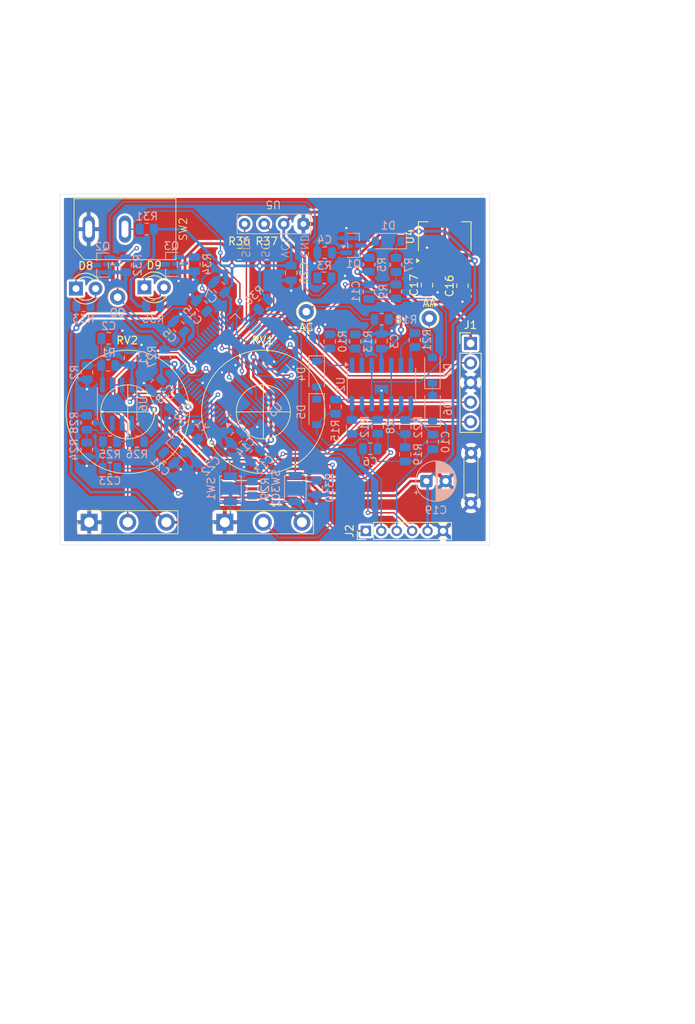
<source format=kicad_pcb>
(kicad_pcb (version 20241229) (generator "pcbnew") (generator_version "9.0")
  (layers (0 "F.Cu" signal) (4 "In1.Cu" signal) (6 "In2.Cu" signal) (2 "B.Cu" signal) (13 "F.Paste" user) (15 "B.Paste" user) (5 "F.SilkS" user "F.Silkscreen") (7 "B.SilkS" user "B.Silkscreen") (1 "F.Mask" user) (3 "B.Mask" user) (25 "Edge.Cuts" user))
  (net 0 "")
  (net 1 "FX_IN")
  (net 2 "GND")
  (net 3 "Net-(Q1-B)")
  (net 4 "+9V")
  (net 5 "/Analog/VG")
  (net 6 "LOOP_IN")
  (net 7 "LOOP_OUT")
  (net 8 "NRST")
  (net 9 "+3.3V")
  (net 10 "Net-(D1-A)")
  (net 11 "Net-(D1-K)")
  (net 12 "/Analog/AmpCathode")
  (net 13 "Net-(D4-A)")
  (net 14 "/Analog/SumPt")
  (net 15 "Net-(D6-A)")
  (net 16 "/Analog/AmpAnode")
  (net 17 "SWCLK")
  (net 18 "SWDIO")
  (net 19 "/Digital/TunerModeIn")
  (net 20 "CLOSED_OUT")
  (net 21 "/Digital/GateLED")
  (net 22 "Net-(U2C--)")
  (net 23 "Net-(U2A--)")
  (net 24 "Net-(U2B--)")
  (net 25 "Net-(U2D--)")
  (net 26 "TUNE_IN")
  (net 27 "Net-(C11-Pad1)")
  (net 28 "/Digital/GateByp")
  (net 29 "/Digital/SDA")
  (net 30 "/Digital/SCL")
  (net 31 "+3.3VA")
  (net 32 "Net-(C6-Pad2)")
  (net 33 "Net-(C10-Pad1)")
  (net 34 "Net-(U3-VCAP1)")
  (net 35 "Net-(D8-K)")
  (net 36 "Net-(D8-A)")
  (net 37 "Net-(D9-K)")
  (net 38 "Net-(D9-A)")
  (net 39 "Net-(R12-Pad2)")
  (net 40 "Net-(U3-PH1)")
  (net 41 "Net-(U3-PH0)")
  (net 42 "Net-(C23-Pad2)")
  (net 43 "/Digital/BOOT0")
  (net 80 "Net-(U6B-+)")
  (net 81 "Net-(U6A-+)")
  (net 82 "Net-(U6A--)")
  (net 83 "THRESH_IN")
  (net 84 "RELEASE_IN")
  (footprint "Connector_PinHeader_2.00mm:PinHeader_1x06_P2.00mm_Vertical" (layer "F.Cu") (at 39.625 43.65 90)
    (property "Reference" "J2")
    (property "Value" "JACKS")
  )
  (footprint "LED_THT:LED_D3.0mm" (layer "F.Cu") (at 2.05 12.25)
    (property "Reference" "D8")
    (property "Value" "Orange")
  )
  (footprint "TestPoint:TestPoint_THTPad_D2.0mm_Drill1.0mm_VAL" (layer "F.Cu") (at 31.9 15.25)
    (property "Reference" "TP1" (hide yes))
    (property "Value" "AC")
  )
  (footprint "Potentiometer_THT:Potentiometer_Alpha_RV16AF_42_Single_Long" (layer "F.Cu") (at 3.7625 42.525)
    (property "Reference" "RV2")
    (property "Value" "10kB")
  )
  (footprint "Display:SSD1306_OLED_128x64_OffBoard" (layer "F.Cu") (at 27.6775 2.58 180)
    (property "Reference" "U5")
    (property "Value" "SSD1306")
  )
  (footprint "LED_THT:LED_D3.0mm" (layer "F.Cu") (at 10.915 12.09)
    (property "Reference" "D9")
    (property "Value" "Green")
  )
  (footprint "TestPoint:TestPoint_THTPad_D2.0mm_Drill1.0mm_VAL" (layer "F.Cu") (at 47.85 16.1 180)
    (property "Reference" "TP2" (hide yes))
    (property "Value" "AA")
  )
  (footprint "Capacitor_SMD:C_0805_2012Metric" (layer "F.Cu") (at 52.15 11.9 90)
    (property "Reference" "C16")
    (property "Value" "100n")
  )
  (footprint "Resistor_SMD:R_0805_2012Metric" (layer "F.Cu") (at 26.775 7.775)
    (property "Reference" "R37")
    (property "Value" "2k2")
  )
  (footprint "Button_Switch_THT:MiniToggle_SPST" (layer "F.Cu") (at 8.4 4.55 90)
    (property "Reference" "SW2")
    (property "Value" "BYP")
  )
  (footprint "Package_TO_SOT_SMD:SOT-223-3_TabPin2" (layer "F.Cu") (at 49.85 5.5 90)
    (property "Reference" "U4")
    (property "Value" "AMS1117")
  )
  (footprint "Potentiometer_THT:Potentiometer_Alpha_RV16AF_42_Single_Long" (layer "F.Cu") (at 21.3375 42.525)
    (property "Reference" "RV1")
    (property "Value" "10kB")
  )
  (footprint "Connector_Wire:THT_GND_WIRE" (layer "F.Cu") (at 53.2375 36.625 90)
    (property "Reference" "J5" (hide yes))
    (property "Value" "ScopeGroundLoop")
  )
  (footprint "Capacitor_SMD:C_0805_2012Metric" (layer "F.Cu") (at 47.55 11.8 90)
    (property "Reference" "C17")
    (property "Value" "100n")
  )
  (footprint "Connector_PinHeader_2.54mm:PinHeader_1x05_P2.54mm_Vertical" (layer "F.Cu") (at 53.2 19.35)
    (property "Reference" "J1")
    (property "Value" "SWD Header")
  )
  (footprint "Resistor_SMD:R_0805_2012Metric" (layer "F.Cu") (at 23.225 7.775)
    (property "Reference" "R36")
    (property "Value" "2k2")
  )
  (footprint "Resistor_SMD:R_0805_2012Metric" (layer "B.Cu") (at 33.26175 38.055 -90)
    (property "Reference" "R310")
    (property "Value" "100k")
  )
  (footprint "Resistor_SMD:R_0805_2012Metric" (layer "B.Cu") (at 40.05 9.15 90)
    (property "Reference" "R5")
    (property "Value" "47k")
  )
  (footprint "Diode_SMD:D_SOD-123" (layer "B.Cu") (at 42.525 6.1 180)
    (property "Reference" "D1")
    (property "Value" "1N4148W")
  )
  (footprint "Diode_SMD:D_SOD-123" (layer "B.Cu") (at 33.25 23.325 -90)
    (property "Reference" "D4")
    (property "Value" "1N4148W")
  )
  (footprint "Resistor_SMD:R_0805_2012Metric" (layer "B.Cu") (at 12.05 14.525)
    (property "Reference" "R35")
    (property "Value" "470")
  )
  (footprint "Capacitor_SMD:C_0805_2012Metric" (layer "B.Cu") (at 34.275 7.6 180)
    (property "Reference" "C4")
    (property "Value" "100n")
  )
  (footprint "Resistor_SMD:R_0805_2012Metric" (layer "B.Cu") (at 38.25 19.1 90)
    (property "Reference" "R13")
    (property "Value" "470k")
  )
  (footprint "Capacitor_SMD:C_0805_2012Metric" (layer "B.Cu") (at 12.45 24.75 45)
    (property "Reference" "C18")
    (property "Value" "10u")
  )
  (footprint "Button_Switch_SMD:SW_SPST_B3U-1000P" (layer "B.Cu") (at 30.475 38.15 -90)
    (property "Reference" "SW302")
    (property "Value" "BOOT")
  )
  (footprint "Resistor_SMD:R_0805_2012Metric" (layer "B.Cu") (at 34.95 19.1 90)
    (property "Reference" "R10")
    (property "Value" "47k")
  )
  (footprint "Package_TO_SOT_SMD:SOT-23" (layer "B.Cu") (at 5.487501 9.2 180)
    (property "Reference" "Q2")
    (property "Value" "2N7002")
  )
  (footprint "Resistor_SMD:R_0805_2012Metric" (layer "B.Cu") (at 11.225 4.55 180)
    (property "Reference" "R31")
    (property "Value" "47k")
  )
  (footprint "Resistor_SMD:R_0805_2012Metric" (layer "B.Cu") (at 13.55 21.075 -90)
    (property "Reference" "R27")
    (property "Value" "22")
  )
  (footprint "Resistor_SMD:R_0805_2012Metric" (layer "B.Cu") (at 24.906751 38.155001 90)
    (property "Reference" "R29")
    (property "Value" "47k")
  )
  (footprint "Resistor_SMD:R_0805_2012Metric" (layer "B.Cu") (at 44.725 33.725 90)
    (property "Reference" "R19")
    (property "Value" "51k")
  )
  (footprint "Diode_SMD:D_SOD-123" (layer "B.Cu") (at 48.250001 22.85 90)
    (property "Reference" "D7")
    (property "Value" "1N4148W")
  )
  (footprint "Capacitor_SMD:C_0805_2012Metric" (layer "B.Cu") (at 6.3 18.7)
    (property "Reference" "C2")
    (property "Value" "10n")
  )
  (footprint "Resistor_SMD:R_0805_2012Metric" (layer "B.Cu") (at 34.25 10.85 180)
    (property "Reference" "R3")
    (property "Value" "10k")
  )
  (footprint "Resistor_SMD:R_0805_2012Metric" (layer "B.Cu") (at 41.15 30.15 90)
    (property "Reference" "R8")
    (property "Value" "470k")
  )
  (footprint "Capacitor_SMD:C_0805_2012Metric" (layer "B.Cu") (at 18.35 34.05 45)
    (property "Reference" "C22")
    (property "Value" "6p")
  )
  (footprint "Package_TO_SOT_SMD:SOT-23" (layer "B.Cu") (at 38.025 6.65)
    (property "Reference" "Q1")
    (property "Value" "BC847")
  )
  (footprint "Capacitor_THT:CP_Radial_D5.0mm_P2.50mm" (layer "B.Cu") (at 47.469888 37.2)
    (property "Reference" "C19")
    (property "Value" "220u")
  )
  (footprint "Resistor_SMD:R_0805_2012Metric" (layer "B.Cu") (at 44.75 30.2 90)
    (property "Reference" "R22")
    (property "Value" "100k")
  )
  (footprint "Capacitor_SMD:C_0805_2012Metric" (layer "B.Cu") (at 15.375 17.175 -45)
    (property "Reference" "C5")
    (property "Value" "100n")
  )
  (footprint "Diode_SMD:D_SOD-123" (layer "B.Cu") (at 48.275 27.775 90)
    (property "Reference" "D6")
    (property "Value" "1N4148W")
  )
  (footprint "Resistor_SMD:R_0805_2012Metric" (layer "B.Cu") (at 3.025 14.5)
    (property "Reference" "R33")
    (property "Value" "470")
  )
  (footprint "Capacitor_SMD:C_0805_2012Metric" (layer "B.Cu") (at 14.85 27.15 45)
    (property "Reference" "C12")
    (property "Value" "100n")
  )
  (footprint "Capacitor_SMD:C_0805_2012Metric" (layer "B.Cu") (at 6.45 35.55 180)
    (property "Reference" "C23")
    (property "Value" "1u")
  )
  (footprint "Resistor_SMD:R_0805_2012Metric" (layer "B.Cu") (at 3.449999 33.125 -90)
    (property "Reference" "R24")
    (property "Value" "47k")
  )
  (footprint "Capacitor_SMD:C_0805_2012Metric" (layer "B.Cu") (at 29.95 10.225 90)
    (property "Reference" "C20")
    (property "Value" "100n")
  )
  (footprint "Package_QFP:LQFP-64_10x10mm_P0.5mm" (layer "B.Cu") (at 22.675 22.725 45)
    (property "Reference" "U3")
    (property "Value" "STM32F411RETx")
  )
  (footprint "Resistor_SMD:R_0805_2012Metric" (layer "B.Cu") (at 43.525 9.175001 -90)
    (property "Reference" "R7")
    (property "Value" "47k")
  )
  (footprint "Resistor_SMD:R_0805_2012Metric" (layer "B.Cu") (at 8.4875 9.225 90)
    (property "Reference" "R32")
    (property "Value" "47k")
  )
  (footprint "Package_TO_SOT_SMD:SOT-23" (layer "B.Cu") (at 14.425 9.125 180)
    (property "Reference" "Q3")
    (property "Value" "2N7002")
  )
  (footprint "Capacitor_SMD:C_0805_2012Metric" (layer "B.Cu") (at 20.625 12.075 -45)
    (property "Reference" "C7")
    (property "Value" "100n")
  )
  (footprint "Resistor_SMD:R_0805_2012Metric" (layer "B.Cu") (at 6.225 22.2 180)
    (property "Reference" "R1")
    (property "Value" "470k")
  )
  (footprint "Resistor_SMD:R_0805_2012Metric" (layer "B.Cu") (at 35.7 27.55 -90)
    (property "Reference" "R15")
    (property "Value" "51k")
  )
  (footprint "Crystal:Crystal_SMD_3225-4Pin_3.2x2.5mm" (layer "B.Cu") (at 16.4 31.975 45)
    (property "Reference" "Y1")
    (property "Value" "16MHz")
  )
  (footprint "Resistor_SMD:R_0805_2012Metric" (layer "B.Cu") (at 3.45 29.625 -90)
    (property "Reference" "R28")
    (property "Value" "47k")
  )
  (footprint "Resistor_SMD:R_0805_2012Metric" (layer "B.Cu") (at 43.525 12.625 -90)
    (property "Reference" "R9")
    (property "Value" "100k")
  )
  (footprint "Diode_SMD:D_SOD-123" (layer "B.Cu") (at 33.25 28.225 -90)
    (property "Reference" "D5")
    (property "Value" "1N4148W")
  )
  (footprint "Button_Switch_SMD:SW_SPST_B3U-1000P" (layer "B.Cu") (at 22.075 38.2 -90)
    (property "Reference" "SW1")
    (property "Value" "RST")
  )
  (footprint "Resistor_SMD:R_0805_2012Metric" (layer "B.Cu") (at 3.485001 23.1 -90)
    (property "Reference" "R2")
    (property "Value" "470k")
  )
  (footprint "Resistor_SMD:R_0805_2012Metric" (layer "B.Cu") (at 17.4 9.1 90)
    (property "Reference" "R34")
    (property "Value" "47k")
  )
  (footprint "Capacitor_SMD:C_0805_2012Metric" (layer "B.Cu") (at 48.3 32.125 -90)
    (property "Reference" "C10")
    (property "Value" "1u")
  )
  (footprint "Capacitor_SMD:C_0805_2012Metric" (layer "B.Cu") (at 9.05 21.2 90)
    (property "Reference" "C1")
    (property "Value" "100n")
  )
  (footprint "Capacitor_SMD:C_0805_2012Metric" (layer "B.Cu") (at 40.2 33)
    (property "Reference" "C6")
    (property "Value" "1u")
  )
  (footprint "Capacitor_SMD:C_0805_2012Metric" (layer "B.Cu") (at 14.075 34.175 135)
    (property "Reference" "C21")
    (property "Value" "6p")
  )
  (footprint "Package_SO:SOIC-14_3.9x8.7mm_P1.27mm" (layer "B.Cu") (at 41.65 24.675 -90)
    (property "Reference" "U2")
    (property "Value" "TL074")
  )
  (footprint "TestPoint:TestPoint_THTPad_D2.0mm_Drill1.0mm_VAL" (layer "B.Cu") (at 7.45 13.375 180)
    (property "Reference" "TP8" (hide yes))
    (property "Value" "CO")
  )
  (footprint "Resistor_SMD:R_0805_2012Metric" (layer "B.Cu") (at 9.95 32.075)
    (property "Reference" "R26")
    (property "Value" "330k")
  )
  (footprint "Capacitor_SMD:C_0805_2012Metric" (layer "B.Cu") (at 40.025 12.65 -90)
    (property "Reference" "C11")
    (property "Value" "47n")
  )
  (footprint "Resistor_SMD:R_0805_2012Metric" (layer "B.Cu") (at 45.975 18.925 -90)
    (property "Reference" "R21")
    (property "Value" "470k")
  )
  (footprint "Capacitor_SMD:C_0805_2012Metric" (layer "B.Cu") (at 22.85 31.575 45)
    (property "Reference" "C14")
    (property "Value" "100n")
  )
  (footprint "Capacitor_SMD:C_0805_2012Metric" (layer "B.Cu") (at 18.325 14.5 -45)
    (property "Reference" "C15")
    (property "Value" "4u7")
  )
  (footprint "Capacitor_SMD:C_0805_2012Metric" (layer "B.Cu") (at 25.275 33.9 45)
    (property "Reference" "C13")
    (property "Value" "10u")
  )
  (footprint "Package_SO:SOIC-8_3.9x4.9mm_P1.27mm" (layer "B.Cu") (at 7.385 27.2 90)
    (property "Reference" "U6")
    (property "Value" "TL072")
  )
  (footprint "Resistor_SMD:R_0805_2012Metric" (layer "B.Cu") (at 26.325 14.3 -135)
    (property "Reference" "R30")
    (property "Value" "47k")
  )
  (footprint "Resistor_SMD:R_0805_2012Metric" (layer "B.Cu") (at 41.675 16.225)
    (property "Reference" "R18")
    (property "Value" "470k")
  )
  (footprint "Resistor_SMD:R_0805_2012Metric" (layer "B.Cu") (at 6.45 32.075)
    (property "Reference" "R25")
    (property "Value" "220k")
  )
  (footprint "Resistor_SMD:R_0805_2012Metric" (layer "B.Cu") (at 37.825 30.175001 90)
    (property "Reference" "R12")
    (property "Value" "470k")
  )
  (footprint "Capacitor_SMD:C_0805_2012Metric" (layer "B.Cu") (at 41.65 19.075 90)
    (property "Reference" "C3")
    (property "Value" "100n")
  )
  (gr_rect (start 0 0) (end 55.65 45.475) (stroke (width 0.05)) (fill no) (layer "Edge.Cuts"))
  (segment (start 15.325 38.8) (end 30.825 38.8) (width 0.18) (layer "F.Cu") (net 1))
  (segment (start 30.825 38.8) (end 35.675 43.65) (width 0.18) (layer "F.Cu") (net 1))
  (segment (start 35.675 43.65) (end 39.625 43.65) (width 0.18) (layer "F.Cu") (net 1))
  (via (at 15.325 38.8) (size 0.6) (drill 0.3) (layers "F.Cu" "B.Cu") (net 1))
  (segment (start 15.325 38.8) (end 12.075 35.55) (width 0.18) (layer "B.Cu") (net 1))
  (segment (start 12.075 35.55) (end 7.399999 35.55) (width 0.18) (layer "B.Cu") (net 1))
  (segment (start 52.15 12.849999) (end 52.15 13.95) (width 0.18) (layer "F.Cu") (net 2))
  (segment (start 47.55 12.749999) (end 48.925 12.75) (width 0.18) (layer "F.Cu") (net 2))
  (segment (start 47.55 8.65) (end 47.55 6.95) (width 0.18) (layer "F.Cu") (net 2))
  (via (at 18.475 24.475) (size 0.6) (drill 0.3) (layers "F.Cu" "B.Cu") (net 2))
  (via (at 5.475 28.2) (size 0.6) (drill 0.3) (layers "F.Cu" "B.Cu") (net 2))
  (via (at 34.35 16.9) (size 0.6) (drill 0.3) (layers "F.Cu" "B.Cu") (net 2))
  (via (at 21.975 17.4) (size 0.6) (drill 0.3) (layers "F.Cu" "B.Cu") (net 2))
  (via (at 25.55 30.175) (size 0.6) (drill 0.3) (layers "F.Cu" "B.Cu") (net 2))
  (via (at 43 17.725) (size 0.6) (drill 0.3) (layers "F.Cu" "B.Cu") (net 2))
  (via (at 47.55 6.95) (size 0.6) (drill 0.3) (layers "F.Cu" "B.Cu") (net 2))
  (via (at 29.95 12.525) (size 0.6) (drill 0.3) (layers "F.Cu" "B.Cu") (net 2))
  (via (at 20.9 10.475) (size 0.6) (drill 0.3) (layers "F.Cu" "B.Cu") (net 2))
  (via (at 10.55 19.55) (size 0.6) (drill 0.3) (layers "F.Cu" "B.Cu") (net 2))
  (via (at 52.15 13.95) (size 0.6) (drill 0.3) (layers "F.Cu" "B.Cu") (net 2))
  (via (at 21.425 33) (size 0.6) (drill 0.3) (layers "F.Cu" "B.Cu") (net 2))
  (via (at 14.175 29.05) (size 0.6) (drill 0.3) (layers "F.Cu" "B.Cu") (net 2))
  (via (at 37.1 4.425) (size 0.6) (drill 0.3) (layers "F.Cu" "B.Cu") (net 2))
  (via (at 48.925 12.75) (size 0.6) (drill 0.3) (layers "F.Cu" "B.Cu") (net 2))
  (via (at 17.2 29.475) (size 0.6) (drill 0.3) (layers "F.Cu" "B.Cu") (net 2))
  (via (at 22.725 22.175) (size 0.6) (drill 0.3) (layers "F.Cu" "B.Cu") (net 2))
  (via (at 29.8 18.5) (size 0.6) (drill 0.3) (layers "F.Cu" "B.Cu") (net 2))
  (via (at 16.825 13.025) (size 0.6) (drill 0.3) (layers "F.Cu" "B.Cu") (net 2))
  (via (at 33.225 40.125) (size 0.6) (drill 0.3) (layers "F.Cu" "B.Cu") (net 2))
  (via (at 17.225 11.1) (size 0.6) (drill 0.3) (layers "F.Cu" "B.Cu") (net 2))
  (via (at 32.975 8.975) (size 0.6) (drill 0.3) (layers "F.Cu" "B.Cu") (net 2))
  (via (at 17.675 36.15) (size 0.6) (drill 0.3) (layers "F.Cu" "B.Cu") (net 2))
  (via (at 15.35 11.275) (size 0.6) (drill 0.3) (layers "F.Cu" "B.Cu") (net 2))
  (via (at 3.45 35.225) (size 0.6) (drill 0.3) (layers "F.Cu" "B.Cu") (net 2))
  (via (at 10.85 24.5) (size 0.6) (drill 0.3) (layers "F.Cu" "B.Cu") (net 2))
  (via (at 20.975 23.1) (size 0.6) (drill 0.3) (layers "F.Cu" "B.Cu") (net 2))
  (via (at 3.475 25.275) (size 0.6) (drill 0.3) (layers "F.Cu" "B.Cu") (net 2))
  (via (at 17.625 21.725) (size 0.6) (drill 0.3) (layers "F.Cu" "B.Cu") (net 2))
  (via (at 15.625 35.675) (size 0.6) (drill 0.3) (layers "F.Cu" "B.Cu") (net 2))
  (via (at 36.925 10.6) (size 0.6) (drill 0.3) (layers "F.Cu" "B.Cu") (net 2))
  (via (at 20.05 20) (size 0.6) (drill 0.3) (layers "F.Cu" "B.Cu") (net 2))
  (via (at 23.8 35.375) (size 0.6) (drill 0.3) (layers "F.Cu" "B.Cu") (net 2))
  (via (at 6.425 11.15) (size 0.6) (drill 0.3) (layers "F.Cu" "B.Cu") (net 2))
  (via (at 8.075 17.7) (size 0.6) (drill 0.3) (layers "F.Cu" "B.Cu") (net 2))
  (via (at 27.725 21.725) (size 0.6) (drill 0.3) (layers "F.Cu" "B.Cu") (net 2))
  (via (at 15.625 15.575) (size 0.6) (drill 0.3) (layers "F.Cu" "B.Cu") (net 2))
  (via (at 41.65 25.475) (size 0.6) (drill 0.3) (layers "F.Cu" "B.Cu") (net 2))
  (via (at 30.25 22.375) (size 0.6) (drill 0.3) (layers "F.Cu" "B.Cu") (net 2))
  (segment (start 33.325001 8.624999) (end 32.975 8.975) (width 0.18) (layer "B.Cu") (net 2))
  (segment (start 8.4875 10.1375) (end 6.437501 10.1375) (width 0.18) (layer "B.Cu") (net 2))
  (segment (start 24.389734 29.035928) (end 24.410928 29.035928) (width 0.18) (layer "B.Cu") (net 2))
  (segment (start 16.364072 21.039072) (end 16.364072 21.010266) (width 0.18) (layer "B.Cu") (net 2))
  (segment (start 22.075 41.7875) (end 21.3375 42.525) (width 0.18) (layer "B.Cu") (net 2))
  (segment (start 22.075 39.900001) (end 22.075 41.7875) (width 0.18) (layer "B.Cu") (net 2))
  (segment (start 17.449606 25.500394) (end 18.475 24.475) (width 0.18) (layer "B.Cu") (net 2))
  (segment (start 27.725 21.725) (end 28.271194 21.725) (width 0.18) (layer "B.Cu") (net 2))
  (segment (start 15.425 10.0125) (end 15.3625 10.075) (width 0.18) (layer "B.Cu") (net 2))
  (segment (start 28.271194 21.725) (end 28.985928 21.010266) (width 0.18) (layer "B.Cu") (net 2))
  (segment (start 19.971751 11.403249) (end 20.9 10.475) (width 0.18) (layer "B.Cu") (net 2))
  (segment (start 24.410928 29.035928) (end 25.55 30.175) (width 0.18) (layer "B.Cu") (net 2))
  (segment (start 5.48 29.675) (end 5.48 28.205) (width 0.18) (layer "B.Cu") (net 2))
  (segment (start 16.223223 33.353858) (end 14.746751 34.83033) (width 0.18) (layer "B.Cu") (net 2))
  (segment (start 8.8 20.250001) (end 9.05 20.250001) (width 0.18) (layer "B.Cu") (net 2))
  (segment (start 33.26175 38.9675) (end 33.26175 40.08825) (width 0.18) (layer "B.Cu") (net 2))
  (segment (start 15.3625 11.2625) (end 15.35 11.275) (width 0.18) (layer "B.Cu") (net 2))
  (segment (start 14.746751 34.83033) (end 14.746751 34.846751) (width 0.18) (layer "B.Cu") (net 2))
  (segment (start 14.175 27.825) (end 14.175 29.05) (width 0.18) (layer "B.Cu") (net 2))
  (segment (start 17.625 21.725) (end 17.05 21.725) (width 0.18) (layer "B.Cu") (net 2))
  (segment (start 7.249999 18.525001) (end 8.075 17.7) (width 0.18) (layer "B.Cu") (net 2))
  (segment (start 17.424732 25.500394) (end 17.449606 25.500394) (width 0.18) (layer "B.Cu") (net 2))
  (segment (start 9.849999 20.250001) (end 10.55 19.55) (width 0.18) (layer "B.Cu") (net 2))
  (segment (start 3.449999 34.0375) (end 3.45 35.225) (width 0.18) (layer "B.Cu") (net 2))
  (segment (start 16.576777 30.596142) (end 16.576777 30.098223) (width 0.18) (layer "B.Cu") (net 2))
  (segment (start 17.678249 34.721751) (end 17.678249 36.146751) (width 0.18) (layer "B.Cu") (net 2))
  (segment (start 17.628249 13.828249) (end 16.825 13.025) (width 0.18) (layer "B.Cu") (net 2))
  (segment (start 33.325001 7.6) (end 33.325001 8.624999) (width 0.18) (layer "B.Cu") (net 2))
  (segment (start 17.678249 36.146751) (end 17.675 36.15) (width 0.18) (layer "B.Cu") (net 2))
  (segment (start 6.425001 10.15) (end 6.425 11.15) (width 0.18) (layer "B.Cu") (net 2))
  (segment (start 24.603249 34.571751) (end 23.8 35.375) (width 0.18) (layer "B.Cu") (net 2))
  (segment (start 10.856498 24.5) (end 11.778249 25.421751) (width 0.18) (layer "B.Cu") (net 2))
  (segment (start 29.95 11.174999) (end 29.95 12.525) (width 0.18) (layer "B.Cu") (net 2))
  (segment (start 17.653249 13.828249) (end 17.628249 13.828249) (width 0.18) (layer "B.Cu") (net 2))
  (segment (start 14.703249 16.503249) (end 14.703249 16.496751) (width 0.18) (layer "B.Cu") (net 2))
  (segment (start 14.746751 34.846751) (end 14.796751 34.846751) (width 0.18) (layer "B.Cu") (net 2))
  (segment (start 22.178249 32.246751) (end 21.425 33) (width 0.18) (layer "B.Cu") (net 2))
  (segment (start 19.953249 11.403249) (end 19.971751 11.403249) (width 0.18) (layer "B.Cu") (net 2))
  (segment (start 10.85 24.5) (end 10.856498 24.5) (width 0.18) (layer "B.Cu") (net 2))
  (segment (start 16.576777 30.098223) (end 17.2 29.475) (width 0.18) (layer "B.Cu") (net 2))
  (segment (start 42.599999 18.125001) (end 43 17.725) (width 0.18) (layer "B.Cu") (net 2))
  (segment (start 3.485001 24.0125) (end 3.485001 25.264999) (width 0.18) (layer "B.Cu") (net 2))
  (segment (start 17.4 10.925) (end 17.225 11.1) (width 0.18) (layer "B.Cu") (net 2))
  (segment (start 3.485001 25.264999) (end 3.475 25.275) (width 0.18) (layer "B.Cu") (net 2))
  (segment (start 17.4 10.0125) (end 17.4 10.925) (width 0.18) (layer "B.Cu") (net 2))
  (segment (start 20.989072 16.414072) (end 21.975 17.4) (width 0.18) (layer "B.Cu") (net 2))
  (segment (start 14.178249 27.821751) (end 14.175 27.825) (width 0.18) (layer "B.Cu") (net 2))
  (segment (start 37.0875 4.4375) (end 37.1 4.425) (width 0.18) (layer "B.Cu") (net 2))
  (segment (start 41.65 27.15) (end 41.65 25.475) (width 0.18) (layer "B.Cu") (net 2))
  (segment (start 14.796751 34.846751) (end 15.625 35.675) (width 0.18) (layer "B.Cu") (net 2))
  (segment (start 15.3625 10.075) (end 15.3625 11.2625) (width 0.18) (layer "B.Cu") (net 2))
  (segment (start 7.249999 18.7) (end 7.249999 18.525001) (width 0.18) (layer "B.Cu") (net 2))
  (segment (start 33.26175 40.08825) (end 33.225 40.125) (width 0.18) (layer "B.Cu") (net 2))
  (segment (start 9.05 20.250001) (end 9.849999 20.250001) (width 0.18) (layer "B.Cu") (net 2))
  (segment (start 5.48 28.205) (end 5.475 28.2) (width 0.18) (layer "B.Cu") (net 2))
  (segment (start 14.703249 16.496751) (end 15.625 15.575) (width 0.18) (layer "B.Cu") (net 2))
  (segment (start 20.960266 16.414072) (end 20.989072 16.414072) (width 0.18) (layer "B.Cu") (net 2))
  (segment (start 37.0875 5.7) (end 37.0875 4.4375) (width 0.18) (layer "B.Cu") (net 2))
  (segment (start 6.437501 10.1375) (end 6.425001 10.15) (width 0.18) (layer "B.Cu") (net 2))
  (segment (start 41.65 18.125001) (end 42.599999 18.125001) (width 0.18) (layer "B.Cu") (net 2))
  (segment (start 17.05 21.725) (end 16.364072 21.039072) (width 0.18) (layer "B.Cu") (net 2))
  (segment (start 33.3375 10.85) (end 33.3375 10.5875) (width 0.18) (layer "B.Cu") (net 3))
  (segment (start 37.0875 7.6) (end 35.224999 7.6) (width 0.18) (layer "B.Cu") (net 3))
  (segment (start 33.3375 10.5875) (end 35.224999 8.700001) (width 0.18) (layer "B.Cu") (net 3))
  (segment (start 35.224999 8.700001) (end 35.224999 7.6) (width 0.18) (layer "B.Cu") (net 3))
  (segment (start 34.05 39.075) (end 43.55 39.075) (width 0.35) (layer "F.Cu") (net 4))
  (segment (start 38.525 10.075) (end 38.525 8.125) (width 0.35) (layer "F.Cu") (net 4))
  (segment (start 44.175 17.6) (end 44.175 15.7) (width 0.35) (layer "F.Cu") (net 4))
  (segment (start 44.175 15.7) (end 38.55 10.075) (width 0.35) (layer "F.Cu") (net 4))
  (segment (start 38.525 8.125) (end 40.3 6.35) (width 0.35) (layer "F.Cu") (net 4))
  (segment (start 53.75 8.65) (end 52.15 8.65) (width 0.35) (layer "F.Cu") (net 4))
  (segment (start 38.55 10.075) (end 38.55 10.05) (width 0.35) (layer "F.Cu") (net 4))
  (segment (start 43.55 39.075) (end 45.425 37.2) (width 0.35) (layer "F.Cu") (net 4))
  (segment (start 20.9 37.525) (end 32.5 37.525) (width 0.35) (layer "F.Cu") (net 4))
  (segment (start 41.825 4.825) (end 46.525 4.825) (width 0.35) (layer "F.Cu") (net 4))
  (segment (start 45.425 37.2) (end 47.469888 37.2) (width 0.35) (layer "F.Cu") (net 4))
  (segment (start 12.15 27.925) (end 12.15 28.775) (width 0.35) (layer "F.Cu") (net 4))
  (segment (start 12.15 28.775) (end 20.9 37.525) (width 0.35) (layer "F.Cu") (net 4))
  (segment (start 38.55 10.05) (end 38.525 10.075) (width 0.35) (layer "F.Cu") (net 4))
  (segment (start 40.3 6.35) (end 41.825 4.825) (width 0.35) (layer "F.Cu") (net 4))
  (segment (start 32.5 37.525) (end 34.05 39.075) (width 0.35) (layer "F.Cu") (net 4))
  (segment (start 52.15 10.950001) (end 52.15 8.65) (width 0.35) (layer "F.Cu") (net 4))
  (via (at 53.75 8.65) (size 0.8) (drill 0.4) (layers "F.Cu" "B.Cu") (net 4))
  (via (at 12.15 27.925) (size 0.8) (drill 0.4) (layers "F.Cu" "B.Cu") (net 4))
  (via (at 46.525 4.825) (size 0.8) (drill 0.4) (layers "F.Cu" "B.Cu") (net 4))
  (via (at 38.525 10.075) (size 0.8) (drill 0.4) (layers "F.Cu" "B.Cu") (net 4))
  (via (at 44.175 17.6) (size 0.8) (drill 0.4) (layers "F.Cu" "B.Cu") (net 4))
  (segment (start 46.525 4.825) (end 49.925 4.825) (width 0.35) (layer "B.Cu") (net 4))
  (segment (start 50.9 16.925) (end 53.75 14.075) (width 0.35) (layer "B.Cu") (net 4))
  (segment (start 47.625 37.355112) (end 47.469888 37.2) (width 0.35) (layer "B.Cu") (net 4))
  (segment (start 47.469888 37.2) (end 47.469888 37.180112) (width 0.35) (layer "B.Cu") (net 4))
  (segment (start 12.15 27.925) (end 12.025 27.925) (width 0.35) (layer "B.Cu") (net 4))
  (segment (start 44.175 18.3) (end 42.450001 20.024999) (width 0.35) (layer "B.Cu") (net 4))
  (segment (start 53.75 14.075) (end 53.75 8.65) (width 0.35) (layer "B.Cu") (net 4))
  (segment (start 9.29 25.19) (end 9.29 24.725) (width 0.35) (layer "B.Cu") (net 4))
  (segment (start 47.625 43.35) (end 47.625 37.355112) (width 0.35) (layer "B.Cu") (net 4))
  (segment (start 9.29 22.389999) (end 9.05 22.149999) (width 0.35) (layer "B.Cu") (net 4))
  (segment (start 9.29 24.725) (end 9.29 22.389999) (width 0.35) (layer "B.Cu") (net 4))
  (segment (start 7.1375 22.2) (end 8.999999 22.2) (width 0.35) (layer "B.Cu") (net 4))
  (segment (start 38.525 10.075) (end 40.0375 10.075) (width 0.35) (layer "B.Cu") (net 4))
  (segment (start 44.175 17.6) (end 44.175 18.3) (width 0.35) (layer "B.Cu") (net 4))
  (segment (start 12.025 27.925) (end 9.29 25.19) (width 0.35) (layer "B.Cu") (net 4))
  (segment (start 49.925 4.825) (end 53.75 8.65) (width 0.35) (layer "B.Cu") (net 4))
  (segment (start 47.469888 37.180112) (end 49.5 35.15) (width 0.35) (layer "B.Cu") (net 4))
  (segment (start 40.0375 10.075) (end 40.05 10.0625) (width 0.35) (layer "B.Cu") (net 4))
  (segment (start 50.9 33.75) (end 50.9 30.375) (width 0.35) (layer "B.Cu") (net 4))
  (segment (start 50.9 30.375) (end 50.9 20.45) (width 0.35) (layer "B.Cu") (net 4))
  (segment (start 42.450001 20.024999) (end 41.65 20.024999) (width 0.35) (layer "B.Cu") (net 4))
  (segment (start 8.999999 22.2) (end 9.05 22.149999) (width 0.35) (layer "B.Cu") (net 4))
  (segment (start 41.65 20.024999) (end 41.65 22.2) (width 0.35) (layer "B.Cu") (net 4))
  (segment (start 49.5 35.15) (end 50.9 33.75) (width 0.35) (layer "B.Cu") (net 4))
  (segment (start 50.9 20.45) (end 50.9 16.925) (width 0.35) (layer "B.Cu") (net 4))
  (segment (start 15.85 30.75) (end 15.85 28.725) (width 0.18) (layer "F.Cu") (net 5))
  (segment (start 25.325 34.425) (end 19.525 34.425) (width 0.18) (layer "F.Cu") (net 5))
  (segment (start 33.925 36.175) (end 27.075 36.175) (width 0.18) (layer "F.Cu") (net 5))
  (segment (start 27.075 36.175) (end 25.325 34.425) (width 0.18) (layer "F.Cu") (net 5))
  (segment (start 15.85 28.725) (end 12.95 25.825) (width 0.18) (layer "F.Cu") (net 5))
  (segment (start 34.625 36.875) (end 33.925 36.175) (width 0.18) (layer "F.Cu") (net 5))
  (segment (start 42.85 33.5) (end 39.475 36.875) (width 0.18) (layer "F.Cu") (net 5))
  (segment (start 19.525 34.425) (end 15.85 30.75) (width 0.18) (layer "F.Cu") (net 5))
  (segment (start 39.475 36.875) (end 34.625 36.875) (width 0.18) (layer "F.Cu") (net 5))
  (segment (start 42.875 33.5) (end 42.85 33.5) (width 0.18) (layer "F.Cu") (net 5))
  (segment (start 12.95 25.825) (end 10.125 25.825) (width 0.18) (layer "F.Cu") (net 5))
  (segment (start 10.125 25.825) (end 9.025 26.925) (width 0.18) (layer "F.Cu") (net 5))
  (via (at 42.875 33.5) (size 0.6) (drill 0.3) (layers "F.Cu" "B.Cu") (net 5))
  (via (at 9.025 26.925) (size 0.6) (drill 0.3) (layers "F.Cu" "B.Cu") (net 5))
  (segment (start 42.5 28.825) (end 42.5 33.125) (width 0.18) (layer "B.Cu") (net 5))
  (segment (start 42.92 28.405) (end 42.5 28.825) (width 0.18) (layer "B.Cu") (net 5))
  (segment (start 40.38 27.15) (end 40.38 24.325) (width 0.18) (layer "B.Cu") (net 5))
  (segment (start 40.38 24.325) (end 42.92 24.325) (width 0.18) (layer "B.Cu") (net 5))
  (segment (start 43.525 13.5375) (end 48.2875 13.5375) (width 0.18) (layer "B.Cu") (net 5))
  (segment (start 42.92 27.15) (end 42.92 28.405) (width 0.18) (layer "B.Cu") (net 5))
  (segment (start 8.02 24.725) (end 8.02 25.92) (width 0.18) (layer "B.Cu") (net 5))
  (segment (start 40.025 13.599999) (end 43.462501 13.599999) (width 0.18) (layer "B.Cu") (net 5))
  (segment (start 42.92 27.15) (end 42.92 25.005) (width 0.18) (layer "B.Cu") (net 5))
  (segment (start 48.2875 13.5375) (end 50.025 15.275) (width 0.18) (layer "B.Cu") (net 5))
  (segment (start 42.92 22.2) (end 42.92 24.325) (width 0.18) (layer "B.Cu") (net 5))
  (segment (start 42.92 24.325) (end 42.92 24.995) (width 0.18) (layer "B.Cu") (net 5))
  (segment (start 39.949999 13.675) (end 40.025 13.599999) (width 0.18) (layer "B.Cu") (net 5))
  (segment (start 6.75 24.725) (end 8.02 24.725) (width 0.18) (layer "B.Cu") (net 5))
  (segment (start 46.725 24.325) (end 42.92 24.325) (width 0.18) (layer "B.Cu") (net 5))
  (segment (start 8.02 25.92) (end 9.025 26.925) (width 0.18) (layer "B.Cu") (net 5))
  (segment (start 40.38 24.325) (end 40.38 24.03) (width 0.18) (layer "B.Cu") (net 5))
  (segment (start 43.462501 13.599999) (end 43.525 13.5375) (width 0.18) (layer "B.Cu") (net 5))
  (segment (start 50.025 15.275) (end 50.025 21.025) (width 0.18) (layer "B.Cu") (net 5))
  (segment (start 42.5 33.125) (end 42.875 33.5) (width 0.18) (layer "B.Cu") (net 5))
  (segment (start 40.38 22.2) (end 40.38 24.02) (width 0.18) (layer "B.Cu") (net 5))
  (segment (start 50.025 21.025) (end 46.725 24.325) (width 0.18) (layer "B.Cu") (net 5))
  (segment (start 41.625 43.35) (end 41.625 36.975) (width 0.18) (layer "B.Cu") (net 6))
  (segment (start 41.625 36.975) (end 39.250001 34.600001) (width 0.18) (layer "B.Cu") (net 6))
  (segment (start 39.250001 34.600001) (end 39.250001 33) (width 0.18) (layer "B.Cu") (net 6))
  (segment (start 43.625 43.35) (end 43.625 37.749999) (width 0.18) (layer "B.Cu") (net 7))
  (segment (start 43.625 37.749999) (end 48.3 33.074999) (width 0.18) (layer "B.Cu") (net 7))
  (segment (start 19.625 32.175) (end 19.625 26.825) (width 0.18) (layer "F.Cu") (net 8))
  (segment (start 19.625 26.825) (end 20.45 26) (width 0.18) (layer "F.Cu") (net 8))
  (segment (start 38.79 29.51) (end 53.2 29.51) (width 0.18) (layer "F.Cu") (net 8))
  (segment (start 28.875 33.675) (end 34.625 33.675) (width 0.18) (layer "F.Cu") (net 8))
  (segment (start 34.625 33.675) (end 38.79 29.51) (width 0.18) (layer "F.Cu") (net 8))
  (via (at 19.625 32.175) (size 0.6) (drill 0.3) (layers "F.Cu" "B.Cu") (net 8))
  (via (at 28.875 33.675) (size 0.6) (drill 0.3) (layers "F.Cu" "B.Cu") (net 8))
  (via (at 20.45 26) (size 0.6) (drill 0.3) (layers "F.Cu" "B.Cu") (net 8))
  (segment (start 25.307499 37.242501) (end 28.875 33.675) (width 0.18) (layer "B.Cu") (net 8))
  (segment (start 19.192499 27.268161) (end 19.192499 27.257501) (width 0.18) (layer "B.Cu") (net 8))
  (segment (start 21.975 36.399999) (end 22.075 36.499999) (width 0.18) (layer "B.Cu") (net 8))
  (segment (start 24.906751 37.242501) (end 22.817502 37.242501) (width 0.18) (layer "B.Cu") (net 8))
  (segment (start 22.817502 37.242501) (end 22.075 36.499999) (width 0.18) (layer "B.Cu") (net 8))
  (segment (start 24.906751 37.242501) (end 25.307499 37.242501) (width 0.18) (layer "B.Cu") (net 8))
  (segment (start 19.192499 27.257501) (end 20.45 26) (width 0.18) (layer "B.Cu") (net 8))
  (segment (start 21.975 34.525) (end 21.975 36.399999) (width 0.18) (layer "B.Cu") (net 8))
  (segment (start 19.625 32.175) (end 21.975 34.525) (width 0.18) (layer "B.Cu") (net 8))
  (segment (start 25.8625 7.775) (end 25.8625 9.3125) (width 0.35) (layer "F.Cu") (net 9))
  (segment (start 27.325 25.925) (end 27.325 31.85) (width 0.35) (layer "F.Cu") (net 9))
  (segment (start 3.65 15.8) (end 12.425 15.8) (width 0.35) (layer "F.Cu") (net 9))
  (segment (start 25.8625 9.3125) (end 25.875 9.325) (width 0.35) (layer "F.Cu") (net 9))
  (segment (start 49.149999 10.850001) (end 49.85 10.15) (width 0.35) (layer "F.Cu") (net 9))
  (segment (start 28.7375 39.925) (end 31.3375 42.525) (width 0.35) (layer "F.Cu") (net 9))
  (segment (start 22.275 9.3) (end 22.275 7.8125) (width 0.35) (layer "F.Cu") (net 9))
  (segment (start 49.975 13.975) (end 53.2 17.2) (width 0.35) (layer "F.Cu") (net 9))
  (segment (start 30.509999 2.350001) (end 28.985 3.875) (width 0.35) (layer "F.Cu") (net 9))
  (segment (start 22.275 7.8125) (end 22.3125 7.775) (width 0.35) (layer "F.Cu") (net 9))
  (segment (start 20.9625 6.425) (end 22.3125 7.775) (width 0.35) (layer "F.Cu") (net 9))
  (segment (start 47.55 10.850001) (end 46.199999 10.850001) (width 0.35) (layer "F.Cu") (net 9))
  (segment (start 46.199999 10.850001) (end 45.375 11.675) (width 0.35) (layer "F.Cu") (net 9))
  (segment (start 16.175 12.05) (end 16.175 8.3) (width 0.35) (layer "F.Cu") (net 9))
  (segment (start 49.85 8.649999) (end 49.85 2.350001) (width 0.35) (layer "F.Cu") (net 9))
  (segment (start 45.375 13.125) (end 46.225 13.975) (width 0.35) (layer "F.Cu") (net 9))
  (segment (start 25.05 19.45) (end 31.7 12.8) (width 0.35) (layer "F.Cu") (net 9))
  (segment (start 25.05 21.125) (end 25.05 19.45) (width 0.35) (layer "F.Cu") (net 9))
  (segment (start 31.7 12.8) (end 31.7 8.3) (width 0.35) (layer "F.Cu") (net 9))
  (segment (start 49.85 2.350001) (end 30.509999 2.350001) (width 0.35) (layer "F.Cu") (net 9))
  (segment (start 18.05 6.425) (end 20.9625 6.425) (width 0.35) (layer "F.Cu") (net 9))
  (segment (start 46.225 13.975) (end 49.975 13.975) (width 0.35) (layer "F.Cu") (net 9))
  (segment (start 25.05 21.125) (end 25.05 23.65) (width 0.35) (layer "F.Cu") (net 9))
  (segment (start 49.85 10.15) (end 49.85 8.649999) (width 0.35) (layer "F.Cu") (net 9))
  (segment (start 31.7 8.3) (end 28.985 5.585) (width 0.35) (layer "F.Cu") (net 9))
  (segment (start 45.375 11.675) (end 45.375 13.125) (width 0.35) (layer "F.Cu") (net 9))
  (segment (start 15.75 42.525) (end 18.35 39.925) (width 0.35) (layer "F.Cu") (net 9))
  (segment (start 25.05 23.65) (end 27.325 25.925) (width 0.35) (layer "F.Cu") (net 9))
  (segment (start 18.35 39.925) (end 28.7375 39.925) (width 0.35) (layer "F.Cu") (net 9))
  (segment (start 53.2 17.2) (end 53.2 19.35) (width 0.35) (layer "F.Cu") (net 9))
  (segment (start 16.175 8.3) (end 18.05 6.425) (width 0.35) (layer "F.Cu") (net 9))
  (segment (start 2.1 17.35) (end 3.65 15.8) (width 0.35) (layer "F.Cu") (net 9))
  (segment (start 12.425 15.8) (end 16.175 12.05) (width 0.35) (layer "F.Cu") (net 9))
  (segment (start 28.985 5.585) (end 28.985 3.875) (width 0.35) (layer "F.Cu") (net 9))
  (segment (start 47.55 10.850001) (end 49.149999 10.850001) (width 0.35) (layer "F.Cu") (net 9))
  (segment (start 22.3 9.325) (end 22.275 9.3) (width 0.35) (layer "F.Cu") (net 9))
  (segment (start 13.7625 42.525) (end 15.75 42.525) (width 0.35) (layer "F.Cu") (net 9))
  (via (at 2.1 17.35) (size 0.8) (drill 0.4) (layers "F.Cu" "B.Cu") (net 9))
  (via (at 25.875 9.325) (size 0.8) (drill 0.4) (layers "F.Cu" "B.Cu") (net 9))
  (via (at 22.275 9.3) (size 0.8) (drill 0.4) (layers "F.Cu" "B.Cu") (net 9))
  (via (at 25.05 21.125) (size 0.8) (drill 0.4) (layers "F.Cu" "B.Cu") (net 9))
  (via (at 27.325 31.85) (size 0.8) (drill 0.4) (layers "F.Cu" "B.Cu") (net 9))
  (segment (start 25.875 9.325) (end 25.924999 9.275001) (width 0.35) (layer "B.Cu") (net 9))
  (segment (start 3.45 28.7125) (end 1.4375 28.7125) (width 0.35) (layer "B.Cu") (net 9))
  (segment (start 12.1375 8.1875) (end 9.175 11.15) (width 0.35) (layer "B.Cu") (net 9))
  (segment (start 25.85 9.35) (end 25.875 9.325) (width 0.35) (layer "B.Cu") (net 9))
  (segment (start 10.225 17.8) (end 8.225 15.8) (width 0.35) (layer "B.Cu") (net 9))
  (segment (start 25.946751 33.228249) (end 27.325 31.85) (width 0.35) (layer "B.Cu") (net 9))
  (segment (start 13.75 42.525) (end 9.85 38.625) (width 0.35) (layer "B.Cu") (net 9))
  (segment (start 26.6 22.675) (end 28.0283 22.675) (width 0.35) (layer "B.Cu") (net 9))
  (segment (start 21.332866 29.407866) (end 21.332204 29.407866) (width 0.35) (layer "B.Cu") (net 9))
  (segment (start 16.717625 20.656713) (end 16.706713 20.656713) (width 0.18) (layer "B.Cu") (net 9))
  (segment (start 13.7625 42.525) (end 13.75 42.525) (width 0.35) (layer "B.Cu") (net 9))
  (segment (start 29.95 9.275001) (end 29.95 6.55) (width 0.35) (layer "B.Cu") (net 9))
  (segment (start 1.425 28.725) (end 1.425 27.425) (width 0.35) (layer "B.Cu") (net 9))
  (segment (start 3.65 15.8) (end 2.1 17.35) (width 0.35) (layer "B.Cu") (net 9))
  (segment (start 26.692501 39.067501) (end 27.475 39.85) (width 0.35) (layer "B.Cu") (net 9))
  (segment (start 22.275 9.3) (end 25.85 9.3) (width 0.35) (layer "B.Cu") (net 9))
  (segment (start 27.475 39.85) (end 30.475 39.850001) (width 0.35) (layer "B.Cu") (net 9))
  (segment (start 16.706713 20.656713) (end 15.6625 19.6125) (width 0.18) (layer "B.Cu") (net 9))
  (segment (start 22.1 15.275) (end 21.825 15.55) (width 0.35) (layer "B.Cu") (net 9))
  (segment (start 11.95 17.8) (end 10.225 17.8) (width 0.35) (layer "B.Cu") (net 9))
  (segment (start 9.175 13.575) (end 10.125 14.525) (width 0.35) (layer "B.Cu") (net 9))
  (segment (start 22.275 9.3) (end 20.9 9.3) (width 0.35) (layer "B.Cu") (net 9))
  (segment (start 1.425 36.125) (end 1.425 28.725) (width 0.35) (layer "B.Cu") (net 9))
  (segment (start 13.7625 42.525) (end 13.7875 42.55) (width 0.35) (layer "B.Cu") (net 9))
  (segment (start 23.521751 30.903249) (end 22.418502 29.8) (width 0.35) (layer "B.Cu") (net 9))
  (segment (start 21.296751 12.746751) (end 22.1 13.55) (width 0.35) (layer "B.Cu") (net 9))
  (segment (start 21.296751 12.746751) (end 22.275 11.768502) (width 0.35) (layer "B.Cu") (net 9))
  (segment (start 13.55 20.1625) (end 15.1125 20.1625) (width 0.35) (layer "B.Cu") (net 9))
  (segment (start 2.1125 17.3375) (end 2.1 17.35) (width 0.35) (layer "B.Cu") (net 9))
  (segment (start 21.313819 16.060519) (end 21.824338 15.55) (width 0.18) (layer "B.Cu") (net 9))
  (segment (start 28.985 5.585) (end 28.985 3.875) (width 0.35) (layer "B.Cu") (net 9))
  (segment (start 25.924999 9.275001) (end 29.95 9.275001) (width 0.35) (layer "B.Cu") (net 9))
  (segment (start 24.906751 39.067501) (end 26.692501 39.067501) (width 0.35) (layer "B.Cu") (net 9))
  (segment (start 31.3375 40.712501) (end 30.475 39.850001) (width 0.35) (layer "B.Cu") (net 9))
  (segment (start 8.225 15.8) (end 3.65 15.8) (width 0.35) (layer "B.Cu") (net 9))
  (segment (start 25.85 12.53453) (end 25.85 9.35) (width 0.35) (layer "B.Cu") (net 9))
  (segment (start 3.925 38.625) (end 1.425 36.125) (width 0.35) (layer "B.Cu") (net 9))
  (segment (start 15.6625 19.6125) (end 16.046751 19.228249) (width 0.35) (layer "B.Cu") (net 9))
  (segment (start 25.05 21.125) (end 26.6 22.675) (width 0.35) (layer "B.Cu") (net 9))
  (segment (start 31.3375 42.525) (end 31.3375 40.712501) (width 0.35) (layer "B.Cu") (net 9))
  (segment (start 15.1125 20.1625) (end 15.6625 19.6125) (width 0.35) (layer "B.Cu") (net 9))
  (segment (start 21.725 29.8) (end 21.332866 29.407866) (width 0.35) (layer "B.Cu") (net 9))
  (segment (start 13.55 20.1625) (end 13.55 19.4) (width 0.35) (layer "B.Cu") (net 9))
  (segment (start 26.970235 13.654765) (end 25.85 12.53453) (width 0.35) (layer "B.Cu") (net 9))
  (segment (start 16.15 4.55) (end 12.1375 4.55) (width 0.35) (layer "B.Cu") (net 9))
  (segment (start 21.825 15.55) (end 21.824338 15.55) (width 0.18) (layer "B.Cu") (net 9))
  (segment (start 16.046751 19.228249) (end 16.046751 17.846751) (width 0.35) (layer "B.Cu") (net 9))
  (segment (start 25.85 9.3) (end 25.875 9.325) (width 0.35) (layer "B.Cu") (net 9))
  (segment (start 22.1 13.55) (end 22.1 15.275) (width 0.35) (layer "B.Cu") (net 9))
  (segment (start 1.4375 28.7125) (end 1.425 28.725) (width 0.35) (layer "B.Cu") (net 9))
  (segment (start 13.55 19.4) (end 11.95 17.8) (width 0.35) (layer "B.Cu") (net 9))
  (segment (start 28.0283 22.675) (end 29.339481 21.363819) (width 0.18) (layer "B.Cu") (net 9))
  (segment (start 1.425 27.425) (end 1.425 18.025) (width 0.35) (layer "B.Cu") (net 9))
  (segment (start 23.621751 30.903249) (end 25.946751 33.228249) (width 0.35) (layer "B.Cu") (net 9))
  (segment (start 9.85 38.625) (end 3.925 38.625) (width 0.35) (layer "B.Cu") (net 9))
  (segment (start 20.9 9.3) (end 16.15 4.55) (width 0.35) (layer "B.Cu") (net 9))
  (segment (start 1.425 18.025) (end 2.1 17.35) (width 0.35) (layer "B.Cu") (net 9))
  (segment (start 23.521751 30.903249) (end 23.621751 30.903249) (width 0.35) (layer "B.Cu") (net 9))
  (segment (start 24.036181 29.389481) (end 24.036181 30.388819) (width 0.18) (layer "B.Cu") (net 9))
  (segment (start 2.1125 14.5) (end 2.1125 17.3375) (width 0.35) (layer "B.Cu") (net 9))
  (segment (start 22.275 11.768502) (end 22.275 9.3) (width 0.35) (layer "B.Cu") (net 9))
  (segment (start 10.125 14.525) (end 11.1375 14.525) (width 0.35) (layer "B.Cu") (net 9))
  (segment (start 12.1375 4.55) (end 12.1375 8.1875) (width 0.35) (layer "B.Cu") (net 9))
  (segment (start 29.95 6.55) (end 28.985 5.585) (width 0.35) (layer "B.Cu") (net 9))
  (segment (start 24.036181 30.388819) (end 23.521751 30.903249) (width 0.18) (layer "B.Cu") (net 9))
  (segment (start 9.175 11.15) (end 9.175 13.575) (width 0.35) (layer "B.Cu") (net 9))
  (segment (start 22.418502 29.8) (end 21.725 29.8) (width 0.35) (layer "B.Cu") (net 9))
  (segment (start 40.05 8.2375) (end 39.6375 8.2375) (width 0.18) (layer "B.Cu") (net 10))
  (segment (start 38.962501 7.562501) (end 38.962501 6.65) (width 0.18) (layer "B.Cu") (net 10))
  (segment (start 39.6375 8.2375) (end 38.962501 7.562501) (width 0.18) (layer "B.Cu") (net 10))
  (segment (start 40.325 6.65) (end 38.962501 6.65) (width 0.18) (layer "B.Cu") (net 10))
  (segment (start 40.875 6.1) (end 40.325 6.65) (width 0.18) (layer "B.Cu") (net 10))
  (segment (start 43.525 6.75) (end 44.175 6.1) (width 0.18) (layer "B.Cu") (net 11))
  (segment (start 43.525 8.262501) (end 43.525 6.75) (width 0.18) (layer "B.Cu") (net 11))
  (segment (start 34.95 22.2) (end 37.84 22.2) (width 0.18) (layer "B.Cu") (net 12))
  (segment (start 39.4625 18.1875) (end 40.7625 16.8875) (width 0.18) (layer "B.Cu") (net 12))
  (segment (start 32.55 14.6) (end 31.9 15.25) (width 0.18) (layer "B.Cu") (net 12))
  (segment (start 34.425 21.675) (end 34.95 22.2) (width 0.18) (layer "B.Cu") (net 12))
  (segment (start 37.5 14.6) (end 32.55 14.6) (width 0.18) (layer "B.Cu") (net 12))
  (segment (start 40.7625 16.225) (end 39.125 16.225) (width 0.18) (layer "B.Cu") (net 12))
  (segment (start 33.25 21.675) (end 34.425 21.675) (width 0.18) (layer "B.Cu") (net 12))
  (segment (start 33.25 20.275) (end 31.9 18.925) (width 0.18) (layer "B.Cu") (net 12))
  (segment (start 39.125 16.225) (end 37.5 14.6) (width 0.18) (layer "B.Cu") (net 12))
  (segment (start 31.9 18.925) (end 31.9 15.25) (width 0.18) (layer "B.Cu") (net 12))
  (segment (start 33.25 21.675) (end 33.25 20.275) (width 0.18) (layer "B.Cu") (net 12))
  (segment (start 38.25 18.1875) (end 39.4625 18.1875) (width 0.18) (layer "B.Cu") (net 12))
  (segment (start 40.7625 16.8875) (end 40.7625 16.225) (width 0.18) (layer "B.Cu") (net 12))
  (segment (start 33.25 26.575) (end 33.25 24.975) (width 0.18) (layer "B.Cu") (net 13))
  (segment (start 44.725 34.6375) (end 40.8625 34.6375) (width 0.18) (layer "B.Cu") (net 14))
  (segment (start 38.8 31.75) (end 38.025 32.525) (width 0.18) (layer "B.Cu") (net 14))
  (segment (start 46.525 33.775) (end 46.525 32.975) (width 0.18) (layer "B.Cu") (net 14))
  (segment (start 34.6625 28.4625) (end 33.25 29.875) (width 0.18) (layer "B.Cu") (net 14))
  (segment (start 33.25 31.025) (end 33.25 29.875) (width 0.18) (layer "B.Cu") (net 14))
  (segment (start 44.725 34.6375) (end 45.6625 34.6375) (width 0.18) (layer "B.Cu") (net 14))
  (segment (start 39.675 31.75) (end 38.8 31.75) (width 0.18) (layer "B.Cu") (net 14))
  (segment (start 50.075 31.15) (end 50.075 29.95) (width 0.18) (layer "B.Cu") (net 14))
  (segment (start 49.125 32.1) (end 50.075 31.15) (width 0.18) (layer "B.Cu") (net 14))
  (segment (start 47.4 32.1) (end 49.125 32.1) (width 0.18) (layer "B.Cu") (net 14))
  (segment (start 45.6625 34.6375) (end 46.525 33.775) (width 0.18) (layer "B.Cu") (net 14))
  (segment (start 40.8625 34.6375) (end 40.2 33.975) (width 0.18) (layer "B.Cu") (net 14))
  (segment (start 49.55 29.425) (end 48.275 29.425) (width 0.18) (layer "B.Cu") (net 14))
  (segment (start 40.2 32.275) (end 39.675 31.75) (width 0.18) (layer "B.Cu") (net 14))
  (segment (start 35.7 28.4625) (end 34.6625 28.4625) (width 0.18) (layer "B.Cu") (net 14))
  (segment (start 40.2 33.975) (end 40.2 32.275) (width 0.18) (layer "B.Cu") (net 14))
  (segment (start 46.525 32.975) (end 47.4 32.1) (width 0.18) (layer "B.Cu") (net 14))
  (segment (start 38.025 32.525) (end 34.75 32.525) (width 0.18) (layer "B.Cu") (net 14))
  (segment (start 50.075 29.95) (end 49.55 29.425) (width 0.18) (layer "B.Cu") (net 14))
  (segment (start 34.75 32.525) (end 33.25 31.025) (width 0.18) (layer "B.Cu") (net 14))
  (segment (start 48.250001 26.100001) (end 48.275 26.125) (width 0.18) (layer "B.Cu") (net 15))
  (segment (start 48.250001 24.5) (end 48.250001 26.100001) (width 0.18) (layer "B.Cu") (net 15))
  (segment (start 48.250001 18.175001) (end 47.85 17.775) (width 0.18) (layer "B.Cu") (net 16))
  (segment (start 48.250001 21.2) (end 48.250001 18.175001) (width 0.18) (layer "B.Cu") (net 16))
  (segment (start 46.887501 19.8375) (end 48.250001 21.2) (width 0.18) (layer "B.Cu") (net 16))
  (segment (start 47.85 17.775) (end 47.85 16.1) (width 0.18) (layer "B.Cu") (net 16))
  (segment (start 45.46 20.3525) (end 45.975 19.8375) (width 0.18) (layer "B.Cu") (net 16))
  (segment (start 45.975 19.8375) (end 46.887501 19.8375) (width 0.18) (layer "B.Cu") (net 16))
  (segment (start 45.46 22.2) (end 45.46 20.3525) (width 0.18) (layer "B.Cu") (net 16))
  (segment (start 29.975 23.475) (end 28 23.475) (width 0.18) (layer "F.Cu") (net 17))
  (segment (start 51.46 21.89) (end 53.2 21.89) (width 0.18) (layer "F.Cu") (net 17))
  (segment (start 28.775 17.525) (end 31.4 17.525) (width 0.18) (layer "F.Cu") (net 17))
  (segment (start 31.4 17.525) (end 37.425 23.55) (width 0.18) (layer "F.Cu") (net 17))
  (segment (start 37.425 23.55) (end 49.8 23.55) (width 0.18) (layer "F.Cu") (net 17))
  (segment (start 26.6 22.075) (end 26.6 19.7) (width 0.18) (layer "F.Cu") (net 17))
  (segment (start 28 23.475) (end 26.6 22.075) (width 0.18) (layer "F.Cu") (net 17))
  (segment (start 49.8 23.55) (end 51.46 21.89) (width 0.18) (layer "F.Cu") (net 17))
  (segment (start 26.6 19.7) (end 28.775 17.525) (width 0.18) (layer "F.Cu") (net 17))
  (via (at 29.975 23.475) (size 0.6) (drill 0.3) (layers "F.Cu" "B.Cu") (net 17))
  (segment (start 29.950662 23.475) (end 29.339481 24.086181) (width 0.18) (layer "B.Cu") (net 17))
  (segment (start 29.975 23.475) (end 29.950662 23.475) (width 0.18) (layer "B.Cu") (net 17))
  (segment (start 29.825 19.475) (end 37.32 26.97) (width 0.18) (layer "F.Cu") (net 18))
  (segment (start 37.32 26.97) (end 53.2 26.97) (width 0.18) (layer "F.Cu") (net 18))
  (via (at 29.825 19.475) (size 0.6) (drill 0.3) (layers "F.Cu" "B.Cu") (net 18))
  (segment (start 29.825 19.475) (end 29.560912 19.739088) (width 0.18) (layer "B.Cu") (net 18))
  (segment (start 29.560912 19.739088) (end 29.55 19.739088) (width 0.18) (layer "B.Cu") (net 18))
  (segment (start 29.55 19.739088) (end 28.632375 20.656713) (width 0.18) (layer "B.Cu") (net 18))
  (segment (start 43.275 41.3) (end 45.625 43.65) (width 0.18) (layer "F.Cu") (net 19))
  (segment (start 39.9 41.3) (end 43.275 41.3) (width 0.18) (layer "F.Cu") (net 19))
  (via (at 39.9 41.3) (size 0.6) (drill 0.3) (layers "F.Cu" "B.Cu") (net 19))
  (segment (start 25.679765 15.124041) (end 24.389734 16.414072) (width 0.18) (layer "B.Cu") (net 19))
  (segment (start 31.25 30.275) (end 31.25 18.35) (width 0.18) (layer "B.Cu") (net 19))
  (segment (start 34.65 33.675) (end 31.25 30.275) (width 0.18) (layer "B.Cu") (net 19))
  (segment (start 28.475 15.575) (end 26.30953 15.575) (width 0.18) (layer "B.Cu") (net 19))
  (segment (start 39.9 37.2) (end 36.375 33.675) (width 0.18) (layer "B.Cu") (net 19))
  (segment (start 25.679765 14.945235) (end 25.679765 15.124041) (width 0.18) (layer "B.Cu") (net 19))
  (segment (start 36.375 33.675) (end 34.65 33.675) (width 0.18) (layer "B.Cu") (net 19))
  (segment (start 31.25 18.35) (end 28.475 15.575) (width 0.18) (layer "B.Cu") (net 19))
  (segment (start 39.9 41.3) (end 39.9 37.2) (width 0.18) (layer "B.Cu") (net 19))
  (segment (start 26.30953 15.575) (end 25.679765 14.945235) (width 0.18) (layer "B.Cu") (net 19))
  (segment (start 7.45 13.375) (end 7.45 9.35) (width 0.18) (layer "F.Cu") (net 20))
  (segment (start 7.45 9.35) (end 9.775 7.025) (width 0.18) (layer "F.Cu") (net 20))
  (segment (start 9.775 7.025) (end 9.925 7.025) (width 0.18) (layer "F.Cu") (net 20))
  (via (at 9.925 7.025) (size 0.6) (drill 0.3) (layers "F.Cu" "B.Cu") (net 20))
  (segment (start 31.9 1.025) (end 27.475 1.025) (width 0.18) (layer "B.Cu") (net 20))
  (segment (start 18.485392 18.888946) (end 17.825 18.228554) (width 0.18) (layer "B.Cu") (net 20))
  (segment (start 13.05 16.35) (end 10.425 16.35) (width 0.18) (layer "B.Cu") (net 20))
  (segment (start 9.925 7.025) (end 9.775 7.025) (width 0.18) (layer "B.Cu") (net 20))
  (segment (start 33.025 5.35) (end 33.025 2.15) (width 0.18) (layer "B.Cu") (net 20))
  (segment (start 27.475 1.025) (end 27.45 1) (width 0.18) (layer "B.Cu") (net 20))
  (segment (start 17.825 16.375) (end 16.25 14.8) (width 0.18) (layer "B.Cu") (net 20))
  (segment (start 8.425 8.25) (end 8.4875 8.3125) (width 0.18) (layer "B.Cu") (net 20))
  (segment (start 6.425001 8.25) (end 8.425 8.25) (width 0.18) (layer "B.Cu") (net 20))
  (segment (start 6.425 2.825) (end 6.425 2.875) (width 0.18) (layer "B.Cu") (net 20))
  (segment (start 16.25 14.8) (end 14.6 14.8) (width 0.18) (layer "B.Cu") (net 20))
  (segment (start 6.425001 2.875001) (end 6.425001 8.25) (width 0.18) (layer "B.Cu") (net 20))
  (segment (start 10.425 16.35) (end 7.45 13.375) (width 0.18) (layer "B.Cu") (net 20))
  (segment (start 31.725 12.175) (end 31.725 6.65) (width 0.18) (layer "B.Cu") (net 20))
  (segment (start 6.425 2.875) (end 6.425001 2.875001) (width 0.18) (layer "B.Cu") (net 20))
  (segment (start 31.725 6.65) (end 33.025 5.35) (width 0.18) (layer "B.Cu") (net 20))
  (segment (start 32.7 13.15) (end 31.725 12.175) (width 0.18) (layer "B.Cu") (net 20))
  (segment (start 35.1625 10.85) (end 35.1625 11.6125) (width 0.18) (layer "B.Cu") (net 20))
  (segment (start 17.825 18.228554) (end 17.825 16.375) (width 0.18) (layer "B.Cu") (net 20))
  (segment (start 33.025 2.15) (end 31.9 1.025) (width 0.18) (layer "B.Cu") (net 20))
  (segment (start 33.625 13.15) (end 32.7 13.15) (width 0.18) (layer "B.Cu") (net 20))
  (segment (start 14.6 14.8) (end 13.05 16.35) (width 0.18) (layer "B.Cu") (net 20))
  (segment (start 8.25 1) (end 6.425 2.825) (width 0.18) (layer "B.Cu") (net 20))
  (segment (start 9.775 7.025) (end 8.4875 8.3125) (width 0.18) (layer "B.Cu") (net 20))
  (segment (start 35.1625 11.6125) (end 33.625 13.15) (width 0.18) (layer "B.Cu") (net 20))
  (segment (start 27.45 1) (end 8.25 1) (width 0.18) (layer "B.Cu") (net 20))
  (segment (start 20.975 20) (end 20.975 14.8) (width 0.18) (layer "F.Cu") (net 21))
  (segment (start 20.975 14.8) (end 18.4 12.225) (width 0.18) (layer "F.Cu") (net 21))
  (via (at 20.975 20) (size 0.6) (drill 0.3) (layers "F.Cu" "B.Cu") (net 21))
  (via (at 18.4 12.225) (size 0.6) (drill 0.3) (layers "F.Cu" "B.Cu") (net 21))
  (segment (start 18.4 12.225) (end 18.4 11.025) (width 0.18) (layer "B.Cu") (net 21))
  (segment (start 24.65 22.65) (end 22 20) (width 0.18) (layer "B.Cu") (net 21))
  (segment (start 28.632375 24.793287) (end 27.414088 23.575) (width 0.18) (layer "B.Cu") (net 21))
  (segment (start 15.3625 8.175) (end 17.3875 8.175) (width 0.18) (layer "B.Cu") (net 21))
  (segment (start 19.175 8.775) (end 18.5875 8.1875) (width 0.18) (layer "B.Cu") (net 21))
  (segment (start 17.3875 8.175) (end 17.4 8.1875) (width 0.18) (layer "B.Cu") (net 21))
  (segment (start 19.175 10.25) (end 19.175 8.775) (width 0.18) (layer "B.Cu") (net 21))
  (segment (start 25.575 23.575) (end 24.65 22.65) (width 0.18) (layer "B.Cu") (net 21))
  (segment (start 18.5875 8.1875) (end 17.4 8.1875) (width 0.18) (layer "B.Cu") (net 21))
  (segment (start 26.325 23.575) (end 25.575 23.575) (width 0.18) (layer "B.Cu") (net 21))
  (segment (start 22 20) (end 20.975 20) (width 0.18) (layer "B.Cu") (net 21))
  (segment (start 27.414088 23.575) (end 26.325 23.575) (width 0.18) (layer "B.Cu") (net 21))
  (segment (start 18.4 11.025) (end 19.175 10.25) (width 0.18) (layer "B.Cu") (net 21))
  (segment (start 43.2 29.1) (end 44.19 28.11) (width 0.18) (layer "B.Cu") (net 22))
  (segment (start 44.725 31.1375) (end 44.75 31.1125) (width 0.18) (layer "B.Cu") (net 22))
  (segment (start 43.8375 31.1125) (end 43.2 30.475) (width 0.18) (layer "B.Cu") (net 22))
  (segment (start 44.725 32.8125) (end 44.725 31.1375) (width 0.18) (layer "B.Cu") (net 22))
  (segment (start 43.2 30.475) (end 43.2 29.1) (width 0.18) (layer "B.Cu") (net 22))
  (segment (start 44.19 28.11) (end 44.19 27.15) (width 0.18) (layer "B.Cu") (net 22))
  (segment (start 44.75 31.1125) (end 43.8375 31.1125) (width 0.18) (layer "B.Cu") (net 22))
  (segment (start 34.95 18.1875) (end 35.7375 18.1875) (width 0.18) (layer "B.Cu") (net 23))
  (segment (start 35.7375 18.1875) (end 37.5625 20.0125) (width 0.18) (layer "B.Cu") (net 23))
  (segment (start 39.11 22.2) (end 39.11 20.8725) (width 0.18) (layer "B.Cu") (net 23))
  (segment (start 37.5625 20.0125) (end 38.25 20.0125) (width 0.18) (layer "B.Cu") (net 23))
  (segment (start 39.11 20.8725) (end 38.25 20.0125) (width 0.18) (layer "B.Cu") (net 23))
  (segment (start 44.19 19.7975) (end 45.975 18.0125) (width 0.18) (layer "B.Cu") (net 24))
  (segment (start 44.1875 16.225) (end 45.975 18.0125) (width 0.18) (layer "B.Cu") (net 24))
  (segment (start 44.19 22.2) (end 44.19 19.7975) (width 0.18) (layer "B.Cu") (net 24))
  (segment (start 42.5875 16.225) (end 44.1875 16.225) (width 0.18) (layer "B.Cu") (net 24))
  (segment (start 39.11 27.15) (end 39.11 28.124999) (width 0.18) (layer "B.Cu") (net 25))
  (segment (start 40.222501 29.2375) (end 41.15 29.2375) (width 0.18) (layer "B.Cu") (net 25))
  (segment (start 39.187499 31.087501) (end 41.0375 29.2375) (width 0.18) (layer "B.Cu") (net 25))
  (segment (start 37.825 31.087501) (end 39.187499 31.087501) (width 0.18) (layer "B.Cu") (net 25))
  (segment (start 41.0375 29.2375) (end 41.15 29.2375) (width 0.18) (layer "B.Cu") (net 25))
  (segment (start 39.11 28.124999) (end 40.222501 29.2375) (width 0.18) (layer "B.Cu") (net 25))
  (segment (start 11.75 32.075) (end 13.1 30.725) (width 0.18) (layer "B.Cu") (net 26))
  (segment (start 13.1 26.725) (end 14.6 25.225) (width 0.18) (layer "B.Cu") (net 26))
  (segment (start 10.8625 31.2475) (end 10.8625 32.075) (width 0.18) (layer "B.Cu") (net 26))
  (segment (start 13.1 30.725) (end 13.1 26.725) (width 0.18) (layer "B.Cu") (net 26))
  (segment (start 14.6 25.225) (end 15.578806 25.225) (width 0.18) (layer "B.Cu") (net 26))
  (segment (start 10.8625 32.075) (end 11.75 32.075) (width 0.18) (layer "B.Cu") (net 26))
  (segment (start 9.29 29.675) (end 10.8625 31.2475) (width 0.18) (layer "B.Cu") (net 26))
  (segment (start 15.578806 25.225) (end 16.364072 24.439734) (width 0.18) (layer "B.Cu") (net 26))
  (segment (start 36.95 12.925) (end 36.95 11.7) (width 0.18) (layer "F.Cu") (net 27))
  (segment (start 33.55 17.625) (end 33.55 16.325) (width 0.18) (layer "F.Cu") (net 27))
  (segment (start 33.55 16.325) (end 36.95 12.925) (width 0.18) (layer "F.Cu") (net 27))
  (via (at 36.95 11.7) (size 0.6) (drill 0.3) (layers "F.Cu" "B.Cu") (net 27))
  (via (at 33.55 17.625) (size 0.6) (drill 0.3) (layers "F.Cu" "B.Cu") (net 27))
  (segment (start 43.525 11.7125) (end 43.525 10.087501) (width 0.18) (layer "B.Cu") (net 27))
  (segment (start 40.025 11.700001) (end 43.512501 11.700001) (width 0.18) (layer "B.Cu") (net 27))
  (segment (start 36.95 11.7) (end 40.025 11.700001) (width 0.18) (layer "B.Cu") (net 27))
  (segment (start 33.55 17.625) (end 33.55 19.425) (width 0.18) (layer "B.Cu") (net 27))
  (segment (start 43.512501 11.700001) (end 43.525 11.7125) (width 0.18) (layer "B.Cu") (net 27))
  (segment (start 34.1375 20.0125) (end 34.95 20.0125) (width 0.18) (layer "B.Cu") (net 27))
  (segment (start 33.55 19.425) (end 34.1375 20.0125) (width 0.18) (layer "B.Cu") (net 27))
  (segment (start 20.775 9.05) (end 23.3 11.575) (width 0.18) (layer "F.Cu") (net 28))
  (segment (start 23.3 11.575) (end 23.3 13.85) (width 0.18) (layer "F.Cu") (net 28))
  (segment (start 20.775 7.6) (end 20.775 9.05) (width 0.18) (layer "F.Cu") (net 28))
  (via (at 23.3 13.85) (size 0.6) (drill 0.3) (layers "F.Cu" "B.Cu") (net 28))
  (via (at 20.775 7.6) (size 0.6) (drill 0.3) (layers "F.Cu" "B.Cu") (net 28))
  (segment (start 20.775 5.85) (end 17.125 2.2) (width 0.18) (layer "B.Cu") (net 28))
  (segment (start 22.825 15.25) (end 23.3 14.775) (width 0.18) (layer "B.Cu") (net 28))
  (segment (start 23.85 19.075) (end 23.2 18.425) (width 0.18) (layer "B.Cu") (net 28))
  (segment (start 17.125 2.2) (end 11.5 2.2) (width 0.18) (layer "B.Cu") (net 28))
  (segment (start 20.775 7.6) (end 20.775 5.85) (width 0.18) (layer "B.Cu") (net 28))
  (segment (start 25.803948 17.828286) (end 24.557234 19.075) (width 0.18) (layer "B.Cu") (net 28))
  (segment (start 10.3125 3.3875) (end 10.3125 4.55) (width 0.18) (layer "B.Cu") (net 28))
  (segment (start 8.4 4.55) (end 10.3125 4.55) (width 0.18) (layer "B.Cu") (net 28))
  (segment (start 11.5 2.2) (end 10.3125 3.3875) (width 0.18) (layer "B.Cu") (net 28))
  (segment (start 22.85 18.075) (end 22.85 16.475) (width 0.18) (layer "B.Cu") (net 28))
  (segment (start 24.557234 19.075) (end 23.85 19.075) (width 0.18) (layer "B.Cu") (net 28))
  (segment (start 22.85 16.475) (end 22.85 15.275) (width 0.18) (layer "B.Cu") (net 28))
  (segment (start 23.3 14.775) (end 23.3 13.85) (width 0.18) (layer "B.Cu") (net 28))
  (segment (start 22.85 15.275) (end 22.825 15.25) (width 0.18) (layer "B.Cu") (net 28))
  (segment (start 23.2 18.425) (end 22.85 18.075) (width 0.18) (layer "B.Cu") (net 28))
  (segment (start 23.905 3.875) (end 23.905 7.5425) (width 0.18) (layer "F.Cu") (net 29))
  (segment (start 21.9 19) (end 24.1375 16.7625) (width 0.18) (layer "F.Cu") (net 29))
  (segment (start 23.905 7.5425) (end 24.1375 7.775) (width 0.18) (layer "F.Cu") (net 29))
  (segment (start 24.1375 16.7625) (end 24.1375 7.775) (width 0.18) (layer "F.Cu") (net 29))
  (segment (start 21.9 23.725) (end 21.9 19) (width 0.18) (layer "F.Cu") (net 29))
  (via (at 21.9 23.725) (size 0.6) (drill 0.3) (layers "F.Cu" "B.Cu") (net 29))
  (segment (start 21.9 23.725) (end 22.075 23.9) (width 0.18) (layer "B.Cu") (net 29))
  (segment (start 22.082234 23.9) (end 25.803948 27.621714) (width 0.18) (layer "B.Cu") (net 29))
  (segment (start 22.075 23.9) (end 22.082234 23.9) (width 0.18) (layer "B.Cu") (net 29))
  (segment (start 23.575 19.15) (end 27.6875 15.0375) (width 0.18) (layer "F.Cu") (net 30))
  (segment (start 23.575 22.925) (end 23.575 19.15) (width 0.18) (layer "F.Cu") (net 30))
  (segment (start 27.6875 5.1175) (end 26.445 3.875) (width 0.18) (layer "F.Cu") (net 30))
  (segment (start 27.6875 7.775) (end 27.6875 5.1175) (width 0.18) (layer "F.Cu") (net 30))
  (segment (start 27.6875 15.0375) (end 27.6875 7.775) (width 0.18) (layer "F.Cu") (net 30))
  (via (at 23.575 22.925) (size 0.6) (drill 0.3) (layers "F.Cu" "B.Cu") (net 30))
  (segment (start 25.375 26.48566) (end 25.375 25.9) (width 0.18) (layer "B.Cu") (net 30))
  (segment (start 25.375 25.225) (end 24.175 24.025) (width 0.18) (layer "B.Cu") (net 30))
  (segment (start 25.375 25.9) (end 25.375 25.225) (width 0.18) (layer "B.Cu") (net 30))
  (segment (start 23.575 23.425) (end 23.575 22.925) (width 0.18) (layer "B.Cu") (net 30))
  (segment (start 24.175 24.025) (end 23.575 23.425) (width 0.18) (layer "B.Cu") (net 30))
  (segment (start 26.157501 27.268161) (end 25.375 26.48566) (width 0.18) (layer "B.Cu") (net 30))
  (segment (start 14.825 25.8) (end 14.825 22.025) (width 0.35) (layer "F.Cu") (net 31))
  (segment (start 16.575 27.55) (end 14.825 25.8) (width 0.35) (layer "F.Cu") (net 31))
  (via (at 16.575 27.55) (size 0.8) (drill 0.4) (layers "F.Cu" "B.Cu") (net 31))
  (via (at 14.825 22.025) (size 0.8) (drill 0.4) (layers "F.Cu" "B.Cu") (net 31))
  (segment (start 17.071179 25.146841) (end 15.739771 26.478249) (width 0.18) (layer "B.Cu") (net 31))
  (segment (start 15.521751 26.478249) (end 15.521751 26.496751) (width 0.35) (layer "B.Cu") (net 31))
  (segment (start 13.121751 22.415749) (end 13.55 21.9875) (width 0.35) (layer "B.Cu") (net 31))
  (segment (start 15.521751 26.496751) (end 16.575 27.55) (width 0.35) (layer "B.Cu") (net 31))
  (segment (start 15.739771 26.478249) (end 15.521751 26.478249) (width 0.18) (layer "B.Cu") (net 31))
  (segment (start 13.5875 22.025) (end 13.55 21.9875) (width 0.35) (layer "B.Cu") (net 31))
  (segment (start 14.825 22.025) (end 13.5875 22.025) (width 0.35) (layer "B.Cu") (net 31))
  (segment (start 13.121751 24.078249) (end 13.121751 22.415749) (width 0.35) (layer "B.Cu") (net 31))
  (segment (start 41.149999 33) (end 41.15 31.0625) (width 0.18) (layer "B.Cu") (net 32))
  (segment (start 44.75 29.2875) (end 46.412499 29.2875) (width 0.18) (layer "B.Cu") (net 33))
  (segment (start 45.46 28.5775) (end 45.46 27.15) (width 0.18) (layer "B.Cu") (net 33))
  (segment (start 46.412499 29.2875) (end 48.3 31.175001) (width 0.18) (layer "B.Cu") (net 33))
  (segment (start 44.75 29.2875) (end 45.46 28.5775) (width 0.18) (layer "B.Cu") (net 33))
  (segment (start 20.606713 16.767625) (end 20.592625 16.767625) (width 0.18) (layer "B.Cu") (net 34))
  (segment (start 20.592625 16.767625) (end 18.996751 15.171751) (width 0.18) (layer "B.Cu") (net 34))
  (segment (start 2.05 10.625) (end 3.475 9.2) (width 0.18) (layer "B.Cu") (net 35))
  (segment (start 3.475 9.2) (end 4.55 9.2) (width 0.18) (layer "B.Cu") (net 35))
  (segment (start 2.05 12.25) (end 2.05 10.625) (width 0.18) (layer "B.Cu") (net 35))
  (segment (start 4.59 13.8475) (end 3.9375 14.5) (width 0.18) (layer "B.Cu") (net 36))
  (segment (start 4.59 12.25) (end 4.59 13.8475) (width 0.18) (layer "B.Cu") (net 36))
  (segment (start 10.915 10.86) (end 12.65 9.125) (width 0.18) (layer "B.Cu") (net 37))
  (segment (start 12.65 9.125) (end 13.487499 9.125) (width 0.18) (layer "B.Cu") (net 37))
  (segment (start 10.915 12.09) (end 10.915 10.86) (width 0.18) (layer "B.Cu") (net 37))
  (segment (start 12.9625 14.525) (end 12.9625 12.5825) (width 0.18) (layer "B.Cu") (net 38))
  (segment (start 12.9625 12.5825) (end 13.455 12.09) (width 0.18) (layer "B.Cu") (net 38))
  (segment (start 37.825 29.262501) (end 37.825 27.165) (width 0.18) (layer "B.Cu") (net 39))
  (segment (start 37.3275 26.6375) (end 37.84 27.15) (width 0.18) (layer "B.Cu") (net 39))
  (segment (start 35.7 26.6375) (end 37.3275 26.6375) (width 0.18) (layer "B.Cu") (net 39))
  (segment (start 37.825 27.165) (end 37.84 27.15) (width 0.18) (layer "B.Cu") (net 39))
  (segment (start 13.403249 33.503249) (end 14.754721 32.151777) (width 0.18) (layer "B.Cu") (net 40))
  (segment (start 14.4 31.530635) (end 14.4 30.3) (width 0.18) (layer "B.Cu") (net 40))
  (segment (start 18.367766 28.8) (end 19.546052 27.621714) (width 0.18) (layer "B.Cu") (net 40))
  (segment (start 15.9 28.8) (end 18.367766 28.8) (width 0.18) (layer "B.Cu") (net 40))
  (segment (start 15.021142 32.151777) (end 14.4 31.530635) (width 0.18) (layer "B.Cu") (net 40))
  (segment (start 14.4 30.3) (end 15.9 28.8) (width 0.18) (layer "B.Cu") (net 40))
  (segment (start 14.754721 32.151777) (end 15.021142 32.151777) (width 0.18) (layer "B.Cu") (net 40))
  (segment (start 18.575 29.299874) (end 19.899606 27.975268) (width 0.18) (layer "B.Cu") (net 41))
  (segment (start 19.021751 33.378249) (end 17.778858 32.135356) (width 0.18) (layer "B.Cu") (net 41))
  (segment (start 17.778858 32.135356) (end 17.778858 31.798223) (width 0.18) (layer "B.Cu") (net 41))
  (segment (start 17.778858 31.798223) (end 18.575 31.002081) (width 0.18) (layer "B.Cu") (net 41))
  (segment (start 18.575 31.002081) (end 18.575 29.299874) (width 0.18) (layer "B.Cu") (net 41))
  (segment (start 5.5375 32.075) (end 5.5375 35.512501) (width 0.18) (layer "B.Cu") (net 42))
  (segment (start 5.5375 35.512501) (end 5.500001 35.55) (width 0.18) (layer "B.Cu") (net 42))
  (segment (start 32.2175 37.1425) (end 31.524999 36.449999) (width 0.18) (layer "B.Cu") (net 43))
  (segment (start 31.524999 36.449999) (end 30.475 36.449999) (width 0.18) (layer "B.Cu") (net 43))
  (segment (start 30.475 32.999874) (end 25.450394 27.975268) (width 0.18) (layer "B.Cu") (net 43))
  (segment (start 30.475 36.449999) (end 30.475 32.999874) (width 0.18) (layer "B.Cu") (net 43))
  (segment (start 33.26175 37.1425) (end 32.2175 37.1425) (width 0.18) (layer "B.Cu") (net 43))
  (segment (start 3.497501 22.2) (end 3.485001 22.1875) (width 0.18) (layer "B.Cu") (net 80))
  (segment (start 5.3125 22.0625) (end 5.350001 22.024999) (width 0.18) (layer "B.Cu") (net 80))
  (segment (start 5.48 22.3675) (end 5.3125 22.2) (width 0.18) (layer "B.Cu") (net 80))
  (segment (start 5.350001 22.024999) (end 5.350001 18.7) (width 0.18) (layer "B.Cu") (net 80))
  (segment (start 5.3125 22.2) (end 3.497501 22.2) (width 0.18) (layer "B.Cu") (net 80))
  (segment (start 5.3125 22.2) (end 5.3125 22.0625) (width 0.18) (layer "B.Cu") (net 80))
  (segment (start 5.48 24.725) (end 5.48 22.3675) (width 0.18) (layer "B.Cu") (net 80))
  (segment (start 3.449999 32.2125) (end 3.45 30.5375) (width 0.18) (layer "B.Cu") (net 81))
  (segment (start 4.6125 30.5375) (end 3.45 30.5375) (width 0.18) (layer "B.Cu") (net 81))
  (segment (start 6.75 29.675) (end 6.75 30.649999) (width 0.18) (layer "B.Cu") (net 81))
  (segment (start 6.424999 30.975) (end 5.05 30.975) (width 0.18) (layer "B.Cu") (net 81))
  (segment (start 6.75 30.649999) (end 6.424999 30.975) (width 0.18) (layer "B.Cu") (net 81))
  (segment (start 5.05 30.975) (end 4.6125 30.5375) (width 0.18) (layer "B.Cu") (net 81))
  (segment (start 8.02 29.675) (end 8.02 30.245) (width 0.18) (layer "B.Cu") (net 82))
  (segment (start 8.02 30.245) (end 9.0375 31.2625) (width 0.18) (layer "B.Cu") (net 82))
  (segment (start 7.3625 32.075) (end 9.0375 32.075) (width 0.18) (layer "B.Cu") (net 82))
  (segment (start 9.0375 31.2625) (end 9.0375 32.075) (width 0.18) (layer "B.Cu") (net 82))
  (segment (start 21.8 25.475) (end 18.9 22.575) (width 0.18) (layer "F.Cu") (net 83))
  (segment (start 21.8 28.55) (end 21.8 25.475) (width 0.18) (layer "F.Cu") (net 83))
  (segment (start 35.3 35.075) (end 28.325 35.075) (width 0.18) (layer "F.Cu") (net 83))
  (segment (start 28.325 35.075) (end 21.8 28.55) (width 0.18) (layer "F.Cu") (net 83))
  (via (at 35.3 35.075) (size 0.6) (drill 0.3) (layers "F.Cu" "B.Cu") (net 83))
  (via (at 18.9 22.575) (size 0.6) (drill 0.3) (layers "F.Cu" "B.Cu") (net 83))
  (segment (start 35.3 42.6) (end 33.375 44.525) (width 0.18) (layer "B.Cu") (net 83))
  (segment (start 28.3375 44.525) (end 26.3375 42.525) (width 0.18) (layer "B.Cu") (net 83))
  (segment (start 18.9 22.575) (end 17.95 23.525) (width 0.18) (layer "B.Cu") (net 83))
  (segment (start 33.375 44.525) (end 28.3375 44.525) (width 0.18) (layer "B.Cu") (net 83))
  (segment (start 16.5717 23.525) (end 16.010519 24.086181) (width 0.18) (layer "B.Cu") (net 83))
  (segment (start 17.95 23.525) (end 16.5717 23.525) (width 0.18) (layer "B.Cu") (net 83))
  (segment (start 35.3 35.075) (end 35.3 42.6) (width 0.18) (layer "B.Cu") (net 83))
  (segment (start 7.075 23.875) (end 7.075 27.975) (width 0.18) (layer "F.Cu") (net 84))
  (segment (start 16.725 22.35) (end 16.725 22.025) (width 0.18) (layer "F.Cu") (net 84))
  (segment (start 8.7625 29.6625) (end 8.7625 42.525) (width 0.18) (layer "F.Cu") (net 84))
  (segment (start 15.25 20.55) (end 10.4 20.55) (width 0.18) (layer "F.Cu") (net 84))
  (segment (start 17.05 22.675) (end 16.725 22.35) (width 0.18) (layer "F.Cu") (net 84))
  (segment (start 16.725 22.025) (end 15.25 20.55) (width 0.18) (layer "F.Cu") (net 84))
  (segment (start 10.4 20.55) (end 7.075 23.875) (width 0.18) (layer "F.Cu") (net 84))
  (segment (start 7.075 27.975) (end 8.7625 29.6625) (width 0.18) (layer "F.Cu") (net 84))
  (via (at 17.05 22.675) (size 0.6) (drill 0.3) (layers "F.Cu" "B.Cu") (net 84))
  (segment (start 17.05 22.675) (end 16.725 22.35) (width 0.18) (layer "B.Cu") (net 84))
  (segment (start 16.5033 21.8533) (end 16.5 21.8533) (width 0.18) (layer "B.Cu") (net 84))
  (segment (start 16.725 22.075) (end 16.5033 21.8533) (width 0.18) (layer "B.Cu") (net 84))
  (segment (start 16.5 21.8533) (end 16.010519 21.363819) (width 0.18) (layer "B.Cu") (net 84))
  (segment (start 16.725 22.35) (end 16.725 22.075) (width 0.18) (layer "B.Cu") (net 84))
  (zone (net 2) (net_name "GND") (layers "F.Cu" "B.Cu") (priority 1) (connect_pads (clearance 0.3)) (min_thickness 0.25) (fill yes (thermal_gap 0.5) (thermal_bridge_width 0.5))
    (polygon (pts (xy 0.1 45.3) (xy 0.1 0.1) (xy 55.5 0.1) (xy 55.5 45.3)))
  )
)
</source>
